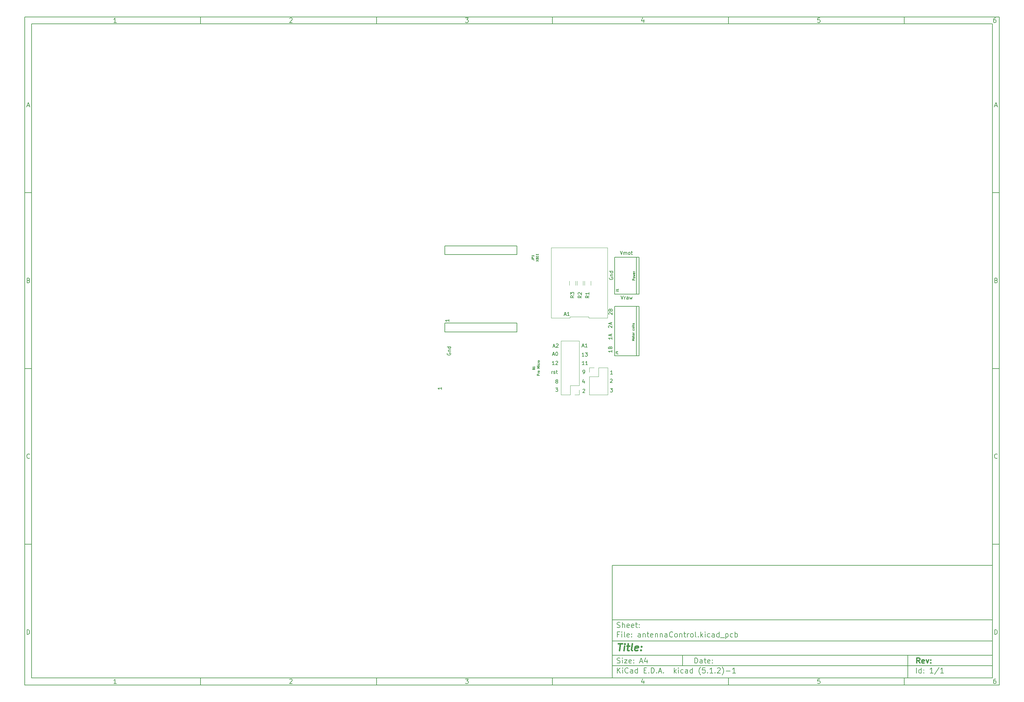
<source format=gbr>
G04 #@! TF.GenerationSoftware,KiCad,Pcbnew,(5.1.2)-1*
G04 #@! TF.CreationDate,2019-05-30T12:40:22+02:00*
G04 #@! TF.ProjectId,antennaControl,616e7465-6e6e-4614-936f-6e74726f6c2e,rev?*
G04 #@! TF.SameCoordinates,Original*
G04 #@! TF.FileFunction,Legend,Top*
G04 #@! TF.FilePolarity,Positive*
%FSLAX46Y46*%
G04 Gerber Fmt 4.6, Leading zero omitted, Abs format (unit mm)*
G04 Created by KiCad (PCBNEW (5.1.2)-1) date 2019-05-30 12:40:22*
%MOMM*%
%LPD*%
G04 APERTURE LIST*
%ADD10C,0.100000*%
%ADD11C,0.150000*%
%ADD12C,0.300000*%
%ADD13C,0.400000*%
%ADD14C,0.203200*%
%ADD15C,0.120000*%
%ADD16C,0.127000*%
%ADD17C,0.152400*%
G04 APERTURE END LIST*
D10*
D11*
X177002200Y-166007200D02*
X177002200Y-198007200D01*
X285002200Y-198007200D01*
X285002200Y-166007200D01*
X177002200Y-166007200D01*
D10*
D11*
X10000000Y-10000000D02*
X10000000Y-200007200D01*
X287002200Y-200007200D01*
X287002200Y-10000000D01*
X10000000Y-10000000D01*
D10*
D11*
X12000000Y-12000000D02*
X12000000Y-198007200D01*
X285002200Y-198007200D01*
X285002200Y-12000000D01*
X12000000Y-12000000D01*
D10*
D11*
X60000000Y-12000000D02*
X60000000Y-10000000D01*
D10*
D11*
X110000000Y-12000000D02*
X110000000Y-10000000D01*
D10*
D11*
X160000000Y-12000000D02*
X160000000Y-10000000D01*
D10*
D11*
X210000000Y-12000000D02*
X210000000Y-10000000D01*
D10*
D11*
X260000000Y-12000000D02*
X260000000Y-10000000D01*
D10*
D11*
X36065476Y-11588095D02*
X35322619Y-11588095D01*
X35694047Y-11588095D02*
X35694047Y-10288095D01*
X35570238Y-10473809D01*
X35446428Y-10597619D01*
X35322619Y-10659523D01*
D10*
D11*
X85322619Y-10411904D02*
X85384523Y-10350000D01*
X85508333Y-10288095D01*
X85817857Y-10288095D01*
X85941666Y-10350000D01*
X86003571Y-10411904D01*
X86065476Y-10535714D01*
X86065476Y-10659523D01*
X86003571Y-10845238D01*
X85260714Y-11588095D01*
X86065476Y-11588095D01*
D10*
D11*
X135260714Y-10288095D02*
X136065476Y-10288095D01*
X135632142Y-10783333D01*
X135817857Y-10783333D01*
X135941666Y-10845238D01*
X136003571Y-10907142D01*
X136065476Y-11030952D01*
X136065476Y-11340476D01*
X136003571Y-11464285D01*
X135941666Y-11526190D01*
X135817857Y-11588095D01*
X135446428Y-11588095D01*
X135322619Y-11526190D01*
X135260714Y-11464285D01*
D10*
D11*
X185941666Y-10721428D02*
X185941666Y-11588095D01*
X185632142Y-10226190D02*
X185322619Y-11154761D01*
X186127380Y-11154761D01*
D10*
D11*
X236003571Y-10288095D02*
X235384523Y-10288095D01*
X235322619Y-10907142D01*
X235384523Y-10845238D01*
X235508333Y-10783333D01*
X235817857Y-10783333D01*
X235941666Y-10845238D01*
X236003571Y-10907142D01*
X236065476Y-11030952D01*
X236065476Y-11340476D01*
X236003571Y-11464285D01*
X235941666Y-11526190D01*
X235817857Y-11588095D01*
X235508333Y-11588095D01*
X235384523Y-11526190D01*
X235322619Y-11464285D01*
D10*
D11*
X285941666Y-10288095D02*
X285694047Y-10288095D01*
X285570238Y-10350000D01*
X285508333Y-10411904D01*
X285384523Y-10597619D01*
X285322619Y-10845238D01*
X285322619Y-11340476D01*
X285384523Y-11464285D01*
X285446428Y-11526190D01*
X285570238Y-11588095D01*
X285817857Y-11588095D01*
X285941666Y-11526190D01*
X286003571Y-11464285D01*
X286065476Y-11340476D01*
X286065476Y-11030952D01*
X286003571Y-10907142D01*
X285941666Y-10845238D01*
X285817857Y-10783333D01*
X285570238Y-10783333D01*
X285446428Y-10845238D01*
X285384523Y-10907142D01*
X285322619Y-11030952D01*
D10*
D11*
X60000000Y-198007200D02*
X60000000Y-200007200D01*
D10*
D11*
X110000000Y-198007200D02*
X110000000Y-200007200D01*
D10*
D11*
X160000000Y-198007200D02*
X160000000Y-200007200D01*
D10*
D11*
X210000000Y-198007200D02*
X210000000Y-200007200D01*
D10*
D11*
X260000000Y-198007200D02*
X260000000Y-200007200D01*
D10*
D11*
X36065476Y-199595295D02*
X35322619Y-199595295D01*
X35694047Y-199595295D02*
X35694047Y-198295295D01*
X35570238Y-198481009D01*
X35446428Y-198604819D01*
X35322619Y-198666723D01*
D10*
D11*
X85322619Y-198419104D02*
X85384523Y-198357200D01*
X85508333Y-198295295D01*
X85817857Y-198295295D01*
X85941666Y-198357200D01*
X86003571Y-198419104D01*
X86065476Y-198542914D01*
X86065476Y-198666723D01*
X86003571Y-198852438D01*
X85260714Y-199595295D01*
X86065476Y-199595295D01*
D10*
D11*
X135260714Y-198295295D02*
X136065476Y-198295295D01*
X135632142Y-198790533D01*
X135817857Y-198790533D01*
X135941666Y-198852438D01*
X136003571Y-198914342D01*
X136065476Y-199038152D01*
X136065476Y-199347676D01*
X136003571Y-199471485D01*
X135941666Y-199533390D01*
X135817857Y-199595295D01*
X135446428Y-199595295D01*
X135322619Y-199533390D01*
X135260714Y-199471485D01*
D10*
D11*
X185941666Y-198728628D02*
X185941666Y-199595295D01*
X185632142Y-198233390D02*
X185322619Y-199161961D01*
X186127380Y-199161961D01*
D10*
D11*
X236003571Y-198295295D02*
X235384523Y-198295295D01*
X235322619Y-198914342D01*
X235384523Y-198852438D01*
X235508333Y-198790533D01*
X235817857Y-198790533D01*
X235941666Y-198852438D01*
X236003571Y-198914342D01*
X236065476Y-199038152D01*
X236065476Y-199347676D01*
X236003571Y-199471485D01*
X235941666Y-199533390D01*
X235817857Y-199595295D01*
X235508333Y-199595295D01*
X235384523Y-199533390D01*
X235322619Y-199471485D01*
D10*
D11*
X285941666Y-198295295D02*
X285694047Y-198295295D01*
X285570238Y-198357200D01*
X285508333Y-198419104D01*
X285384523Y-198604819D01*
X285322619Y-198852438D01*
X285322619Y-199347676D01*
X285384523Y-199471485D01*
X285446428Y-199533390D01*
X285570238Y-199595295D01*
X285817857Y-199595295D01*
X285941666Y-199533390D01*
X286003571Y-199471485D01*
X286065476Y-199347676D01*
X286065476Y-199038152D01*
X286003571Y-198914342D01*
X285941666Y-198852438D01*
X285817857Y-198790533D01*
X285570238Y-198790533D01*
X285446428Y-198852438D01*
X285384523Y-198914342D01*
X285322619Y-199038152D01*
D10*
D11*
X10000000Y-60000000D02*
X12000000Y-60000000D01*
D10*
D11*
X10000000Y-110000000D02*
X12000000Y-110000000D01*
D10*
D11*
X10000000Y-160000000D02*
X12000000Y-160000000D01*
D10*
D11*
X10690476Y-35216666D02*
X11309523Y-35216666D01*
X10566666Y-35588095D02*
X11000000Y-34288095D01*
X11433333Y-35588095D01*
D10*
D11*
X11092857Y-84907142D02*
X11278571Y-84969047D01*
X11340476Y-85030952D01*
X11402380Y-85154761D01*
X11402380Y-85340476D01*
X11340476Y-85464285D01*
X11278571Y-85526190D01*
X11154761Y-85588095D01*
X10659523Y-85588095D01*
X10659523Y-84288095D01*
X11092857Y-84288095D01*
X11216666Y-84350000D01*
X11278571Y-84411904D01*
X11340476Y-84535714D01*
X11340476Y-84659523D01*
X11278571Y-84783333D01*
X11216666Y-84845238D01*
X11092857Y-84907142D01*
X10659523Y-84907142D01*
D10*
D11*
X11402380Y-135464285D02*
X11340476Y-135526190D01*
X11154761Y-135588095D01*
X11030952Y-135588095D01*
X10845238Y-135526190D01*
X10721428Y-135402380D01*
X10659523Y-135278571D01*
X10597619Y-135030952D01*
X10597619Y-134845238D01*
X10659523Y-134597619D01*
X10721428Y-134473809D01*
X10845238Y-134350000D01*
X11030952Y-134288095D01*
X11154761Y-134288095D01*
X11340476Y-134350000D01*
X11402380Y-134411904D01*
D10*
D11*
X10659523Y-185588095D02*
X10659523Y-184288095D01*
X10969047Y-184288095D01*
X11154761Y-184350000D01*
X11278571Y-184473809D01*
X11340476Y-184597619D01*
X11402380Y-184845238D01*
X11402380Y-185030952D01*
X11340476Y-185278571D01*
X11278571Y-185402380D01*
X11154761Y-185526190D01*
X10969047Y-185588095D01*
X10659523Y-185588095D01*
D10*
D11*
X287002200Y-60000000D02*
X285002200Y-60000000D01*
D10*
D11*
X287002200Y-110000000D02*
X285002200Y-110000000D01*
D10*
D11*
X287002200Y-160000000D02*
X285002200Y-160000000D01*
D10*
D11*
X285692676Y-35216666D02*
X286311723Y-35216666D01*
X285568866Y-35588095D02*
X286002200Y-34288095D01*
X286435533Y-35588095D01*
D10*
D11*
X286095057Y-84907142D02*
X286280771Y-84969047D01*
X286342676Y-85030952D01*
X286404580Y-85154761D01*
X286404580Y-85340476D01*
X286342676Y-85464285D01*
X286280771Y-85526190D01*
X286156961Y-85588095D01*
X285661723Y-85588095D01*
X285661723Y-84288095D01*
X286095057Y-84288095D01*
X286218866Y-84350000D01*
X286280771Y-84411904D01*
X286342676Y-84535714D01*
X286342676Y-84659523D01*
X286280771Y-84783333D01*
X286218866Y-84845238D01*
X286095057Y-84907142D01*
X285661723Y-84907142D01*
D10*
D11*
X286404580Y-135464285D02*
X286342676Y-135526190D01*
X286156961Y-135588095D01*
X286033152Y-135588095D01*
X285847438Y-135526190D01*
X285723628Y-135402380D01*
X285661723Y-135278571D01*
X285599819Y-135030952D01*
X285599819Y-134845238D01*
X285661723Y-134597619D01*
X285723628Y-134473809D01*
X285847438Y-134350000D01*
X286033152Y-134288095D01*
X286156961Y-134288095D01*
X286342676Y-134350000D01*
X286404580Y-134411904D01*
D10*
D11*
X285661723Y-185588095D02*
X285661723Y-184288095D01*
X285971247Y-184288095D01*
X286156961Y-184350000D01*
X286280771Y-184473809D01*
X286342676Y-184597619D01*
X286404580Y-184845238D01*
X286404580Y-185030952D01*
X286342676Y-185278571D01*
X286280771Y-185402380D01*
X286156961Y-185526190D01*
X285971247Y-185588095D01*
X285661723Y-185588095D01*
D10*
D11*
X200434342Y-193785771D02*
X200434342Y-192285771D01*
X200791485Y-192285771D01*
X201005771Y-192357200D01*
X201148628Y-192500057D01*
X201220057Y-192642914D01*
X201291485Y-192928628D01*
X201291485Y-193142914D01*
X201220057Y-193428628D01*
X201148628Y-193571485D01*
X201005771Y-193714342D01*
X200791485Y-193785771D01*
X200434342Y-193785771D01*
X202577200Y-193785771D02*
X202577200Y-193000057D01*
X202505771Y-192857200D01*
X202362914Y-192785771D01*
X202077200Y-192785771D01*
X201934342Y-192857200D01*
X202577200Y-193714342D02*
X202434342Y-193785771D01*
X202077200Y-193785771D01*
X201934342Y-193714342D01*
X201862914Y-193571485D01*
X201862914Y-193428628D01*
X201934342Y-193285771D01*
X202077200Y-193214342D01*
X202434342Y-193214342D01*
X202577200Y-193142914D01*
X203077200Y-192785771D02*
X203648628Y-192785771D01*
X203291485Y-192285771D02*
X203291485Y-193571485D01*
X203362914Y-193714342D01*
X203505771Y-193785771D01*
X203648628Y-193785771D01*
X204720057Y-193714342D02*
X204577200Y-193785771D01*
X204291485Y-193785771D01*
X204148628Y-193714342D01*
X204077200Y-193571485D01*
X204077200Y-193000057D01*
X204148628Y-192857200D01*
X204291485Y-192785771D01*
X204577200Y-192785771D01*
X204720057Y-192857200D01*
X204791485Y-193000057D01*
X204791485Y-193142914D01*
X204077200Y-193285771D01*
X205434342Y-193642914D02*
X205505771Y-193714342D01*
X205434342Y-193785771D01*
X205362914Y-193714342D01*
X205434342Y-193642914D01*
X205434342Y-193785771D01*
X205434342Y-192857200D02*
X205505771Y-192928628D01*
X205434342Y-193000057D01*
X205362914Y-192928628D01*
X205434342Y-192857200D01*
X205434342Y-193000057D01*
D10*
D11*
X177002200Y-194507200D02*
X285002200Y-194507200D01*
D10*
D11*
X178434342Y-196585771D02*
X178434342Y-195085771D01*
X179291485Y-196585771D02*
X178648628Y-195728628D01*
X179291485Y-195085771D02*
X178434342Y-195942914D01*
X179934342Y-196585771D02*
X179934342Y-195585771D01*
X179934342Y-195085771D02*
X179862914Y-195157200D01*
X179934342Y-195228628D01*
X180005771Y-195157200D01*
X179934342Y-195085771D01*
X179934342Y-195228628D01*
X181505771Y-196442914D02*
X181434342Y-196514342D01*
X181220057Y-196585771D01*
X181077200Y-196585771D01*
X180862914Y-196514342D01*
X180720057Y-196371485D01*
X180648628Y-196228628D01*
X180577200Y-195942914D01*
X180577200Y-195728628D01*
X180648628Y-195442914D01*
X180720057Y-195300057D01*
X180862914Y-195157200D01*
X181077200Y-195085771D01*
X181220057Y-195085771D01*
X181434342Y-195157200D01*
X181505771Y-195228628D01*
X182791485Y-196585771D02*
X182791485Y-195800057D01*
X182720057Y-195657200D01*
X182577200Y-195585771D01*
X182291485Y-195585771D01*
X182148628Y-195657200D01*
X182791485Y-196514342D02*
X182648628Y-196585771D01*
X182291485Y-196585771D01*
X182148628Y-196514342D01*
X182077200Y-196371485D01*
X182077200Y-196228628D01*
X182148628Y-196085771D01*
X182291485Y-196014342D01*
X182648628Y-196014342D01*
X182791485Y-195942914D01*
X184148628Y-196585771D02*
X184148628Y-195085771D01*
X184148628Y-196514342D02*
X184005771Y-196585771D01*
X183720057Y-196585771D01*
X183577200Y-196514342D01*
X183505771Y-196442914D01*
X183434342Y-196300057D01*
X183434342Y-195871485D01*
X183505771Y-195728628D01*
X183577200Y-195657200D01*
X183720057Y-195585771D01*
X184005771Y-195585771D01*
X184148628Y-195657200D01*
X186005771Y-195800057D02*
X186505771Y-195800057D01*
X186720057Y-196585771D02*
X186005771Y-196585771D01*
X186005771Y-195085771D01*
X186720057Y-195085771D01*
X187362914Y-196442914D02*
X187434342Y-196514342D01*
X187362914Y-196585771D01*
X187291485Y-196514342D01*
X187362914Y-196442914D01*
X187362914Y-196585771D01*
X188077200Y-196585771D02*
X188077200Y-195085771D01*
X188434342Y-195085771D01*
X188648628Y-195157200D01*
X188791485Y-195300057D01*
X188862914Y-195442914D01*
X188934342Y-195728628D01*
X188934342Y-195942914D01*
X188862914Y-196228628D01*
X188791485Y-196371485D01*
X188648628Y-196514342D01*
X188434342Y-196585771D01*
X188077200Y-196585771D01*
X189577200Y-196442914D02*
X189648628Y-196514342D01*
X189577200Y-196585771D01*
X189505771Y-196514342D01*
X189577200Y-196442914D01*
X189577200Y-196585771D01*
X190220057Y-196157200D02*
X190934342Y-196157200D01*
X190077200Y-196585771D02*
X190577200Y-195085771D01*
X191077200Y-196585771D01*
X191577200Y-196442914D02*
X191648628Y-196514342D01*
X191577200Y-196585771D01*
X191505771Y-196514342D01*
X191577200Y-196442914D01*
X191577200Y-196585771D01*
X194577200Y-196585771D02*
X194577200Y-195085771D01*
X194720057Y-196014342D02*
X195148628Y-196585771D01*
X195148628Y-195585771D02*
X194577200Y-196157200D01*
X195791485Y-196585771D02*
X195791485Y-195585771D01*
X195791485Y-195085771D02*
X195720057Y-195157200D01*
X195791485Y-195228628D01*
X195862914Y-195157200D01*
X195791485Y-195085771D01*
X195791485Y-195228628D01*
X197148628Y-196514342D02*
X197005771Y-196585771D01*
X196720057Y-196585771D01*
X196577200Y-196514342D01*
X196505771Y-196442914D01*
X196434342Y-196300057D01*
X196434342Y-195871485D01*
X196505771Y-195728628D01*
X196577200Y-195657200D01*
X196720057Y-195585771D01*
X197005771Y-195585771D01*
X197148628Y-195657200D01*
X198434342Y-196585771D02*
X198434342Y-195800057D01*
X198362914Y-195657200D01*
X198220057Y-195585771D01*
X197934342Y-195585771D01*
X197791485Y-195657200D01*
X198434342Y-196514342D02*
X198291485Y-196585771D01*
X197934342Y-196585771D01*
X197791485Y-196514342D01*
X197720057Y-196371485D01*
X197720057Y-196228628D01*
X197791485Y-196085771D01*
X197934342Y-196014342D01*
X198291485Y-196014342D01*
X198434342Y-195942914D01*
X199791485Y-196585771D02*
X199791485Y-195085771D01*
X199791485Y-196514342D02*
X199648628Y-196585771D01*
X199362914Y-196585771D01*
X199220057Y-196514342D01*
X199148628Y-196442914D01*
X199077200Y-196300057D01*
X199077200Y-195871485D01*
X199148628Y-195728628D01*
X199220057Y-195657200D01*
X199362914Y-195585771D01*
X199648628Y-195585771D01*
X199791485Y-195657200D01*
X202077200Y-197157200D02*
X202005771Y-197085771D01*
X201862914Y-196871485D01*
X201791485Y-196728628D01*
X201720057Y-196514342D01*
X201648628Y-196157200D01*
X201648628Y-195871485D01*
X201720057Y-195514342D01*
X201791485Y-195300057D01*
X201862914Y-195157200D01*
X202005771Y-194942914D01*
X202077200Y-194871485D01*
X203362914Y-195085771D02*
X202648628Y-195085771D01*
X202577200Y-195800057D01*
X202648628Y-195728628D01*
X202791485Y-195657200D01*
X203148628Y-195657200D01*
X203291485Y-195728628D01*
X203362914Y-195800057D01*
X203434342Y-195942914D01*
X203434342Y-196300057D01*
X203362914Y-196442914D01*
X203291485Y-196514342D01*
X203148628Y-196585771D01*
X202791485Y-196585771D01*
X202648628Y-196514342D01*
X202577200Y-196442914D01*
X204077200Y-196442914D02*
X204148628Y-196514342D01*
X204077200Y-196585771D01*
X204005771Y-196514342D01*
X204077200Y-196442914D01*
X204077200Y-196585771D01*
X205577200Y-196585771D02*
X204720057Y-196585771D01*
X205148628Y-196585771D02*
X205148628Y-195085771D01*
X205005771Y-195300057D01*
X204862914Y-195442914D01*
X204720057Y-195514342D01*
X206220057Y-196442914D02*
X206291485Y-196514342D01*
X206220057Y-196585771D01*
X206148628Y-196514342D01*
X206220057Y-196442914D01*
X206220057Y-196585771D01*
X206862914Y-195228628D02*
X206934342Y-195157200D01*
X207077200Y-195085771D01*
X207434342Y-195085771D01*
X207577200Y-195157200D01*
X207648628Y-195228628D01*
X207720057Y-195371485D01*
X207720057Y-195514342D01*
X207648628Y-195728628D01*
X206791485Y-196585771D01*
X207720057Y-196585771D01*
X208220057Y-197157200D02*
X208291485Y-197085771D01*
X208434342Y-196871485D01*
X208505771Y-196728628D01*
X208577200Y-196514342D01*
X208648628Y-196157200D01*
X208648628Y-195871485D01*
X208577200Y-195514342D01*
X208505771Y-195300057D01*
X208434342Y-195157200D01*
X208291485Y-194942914D01*
X208220057Y-194871485D01*
X209362914Y-196014342D02*
X210505771Y-196014342D01*
X212005771Y-196585771D02*
X211148628Y-196585771D01*
X211577200Y-196585771D02*
X211577200Y-195085771D01*
X211434342Y-195300057D01*
X211291485Y-195442914D01*
X211148628Y-195514342D01*
D10*
D11*
X177002200Y-191507200D02*
X285002200Y-191507200D01*
D10*
D12*
X264411485Y-193785771D02*
X263911485Y-193071485D01*
X263554342Y-193785771D02*
X263554342Y-192285771D01*
X264125771Y-192285771D01*
X264268628Y-192357200D01*
X264340057Y-192428628D01*
X264411485Y-192571485D01*
X264411485Y-192785771D01*
X264340057Y-192928628D01*
X264268628Y-193000057D01*
X264125771Y-193071485D01*
X263554342Y-193071485D01*
X265625771Y-193714342D02*
X265482914Y-193785771D01*
X265197200Y-193785771D01*
X265054342Y-193714342D01*
X264982914Y-193571485D01*
X264982914Y-193000057D01*
X265054342Y-192857200D01*
X265197200Y-192785771D01*
X265482914Y-192785771D01*
X265625771Y-192857200D01*
X265697200Y-193000057D01*
X265697200Y-193142914D01*
X264982914Y-193285771D01*
X266197200Y-192785771D02*
X266554342Y-193785771D01*
X266911485Y-192785771D01*
X267482914Y-193642914D02*
X267554342Y-193714342D01*
X267482914Y-193785771D01*
X267411485Y-193714342D01*
X267482914Y-193642914D01*
X267482914Y-193785771D01*
X267482914Y-192857200D02*
X267554342Y-192928628D01*
X267482914Y-193000057D01*
X267411485Y-192928628D01*
X267482914Y-192857200D01*
X267482914Y-193000057D01*
D10*
D11*
X178362914Y-193714342D02*
X178577200Y-193785771D01*
X178934342Y-193785771D01*
X179077200Y-193714342D01*
X179148628Y-193642914D01*
X179220057Y-193500057D01*
X179220057Y-193357200D01*
X179148628Y-193214342D01*
X179077200Y-193142914D01*
X178934342Y-193071485D01*
X178648628Y-193000057D01*
X178505771Y-192928628D01*
X178434342Y-192857200D01*
X178362914Y-192714342D01*
X178362914Y-192571485D01*
X178434342Y-192428628D01*
X178505771Y-192357200D01*
X178648628Y-192285771D01*
X179005771Y-192285771D01*
X179220057Y-192357200D01*
X179862914Y-193785771D02*
X179862914Y-192785771D01*
X179862914Y-192285771D02*
X179791485Y-192357200D01*
X179862914Y-192428628D01*
X179934342Y-192357200D01*
X179862914Y-192285771D01*
X179862914Y-192428628D01*
X180434342Y-192785771D02*
X181220057Y-192785771D01*
X180434342Y-193785771D01*
X181220057Y-193785771D01*
X182362914Y-193714342D02*
X182220057Y-193785771D01*
X181934342Y-193785771D01*
X181791485Y-193714342D01*
X181720057Y-193571485D01*
X181720057Y-193000057D01*
X181791485Y-192857200D01*
X181934342Y-192785771D01*
X182220057Y-192785771D01*
X182362914Y-192857200D01*
X182434342Y-193000057D01*
X182434342Y-193142914D01*
X181720057Y-193285771D01*
X183077200Y-193642914D02*
X183148628Y-193714342D01*
X183077200Y-193785771D01*
X183005771Y-193714342D01*
X183077200Y-193642914D01*
X183077200Y-193785771D01*
X183077200Y-192857200D02*
X183148628Y-192928628D01*
X183077200Y-193000057D01*
X183005771Y-192928628D01*
X183077200Y-192857200D01*
X183077200Y-193000057D01*
X184862914Y-193357200D02*
X185577200Y-193357200D01*
X184720057Y-193785771D02*
X185220057Y-192285771D01*
X185720057Y-193785771D01*
X186862914Y-192785771D02*
X186862914Y-193785771D01*
X186505771Y-192214342D02*
X186148628Y-193285771D01*
X187077200Y-193285771D01*
D10*
D11*
X263434342Y-196585771D02*
X263434342Y-195085771D01*
X264791485Y-196585771D02*
X264791485Y-195085771D01*
X264791485Y-196514342D02*
X264648628Y-196585771D01*
X264362914Y-196585771D01*
X264220057Y-196514342D01*
X264148628Y-196442914D01*
X264077200Y-196300057D01*
X264077200Y-195871485D01*
X264148628Y-195728628D01*
X264220057Y-195657200D01*
X264362914Y-195585771D01*
X264648628Y-195585771D01*
X264791485Y-195657200D01*
X265505771Y-196442914D02*
X265577200Y-196514342D01*
X265505771Y-196585771D01*
X265434342Y-196514342D01*
X265505771Y-196442914D01*
X265505771Y-196585771D01*
X265505771Y-195657200D02*
X265577200Y-195728628D01*
X265505771Y-195800057D01*
X265434342Y-195728628D01*
X265505771Y-195657200D01*
X265505771Y-195800057D01*
X268148628Y-196585771D02*
X267291485Y-196585771D01*
X267720057Y-196585771D02*
X267720057Y-195085771D01*
X267577200Y-195300057D01*
X267434342Y-195442914D01*
X267291485Y-195514342D01*
X269862914Y-195014342D02*
X268577200Y-196942914D01*
X271148628Y-196585771D02*
X270291485Y-196585771D01*
X270720057Y-196585771D02*
X270720057Y-195085771D01*
X270577200Y-195300057D01*
X270434342Y-195442914D01*
X270291485Y-195514342D01*
D10*
D11*
X177002200Y-187507200D02*
X285002200Y-187507200D01*
D10*
D13*
X178714580Y-188211961D02*
X179857438Y-188211961D01*
X179036009Y-190211961D02*
X179286009Y-188211961D01*
X180274104Y-190211961D02*
X180440771Y-188878628D01*
X180524104Y-188211961D02*
X180416961Y-188307200D01*
X180500295Y-188402438D01*
X180607438Y-188307200D01*
X180524104Y-188211961D01*
X180500295Y-188402438D01*
X181107438Y-188878628D02*
X181869342Y-188878628D01*
X181476485Y-188211961D02*
X181262200Y-189926247D01*
X181333628Y-190116723D01*
X181512200Y-190211961D01*
X181702676Y-190211961D01*
X182655057Y-190211961D02*
X182476485Y-190116723D01*
X182405057Y-189926247D01*
X182619342Y-188211961D01*
X184190771Y-190116723D02*
X183988390Y-190211961D01*
X183607438Y-190211961D01*
X183428866Y-190116723D01*
X183357438Y-189926247D01*
X183452676Y-189164342D01*
X183571723Y-188973866D01*
X183774104Y-188878628D01*
X184155057Y-188878628D01*
X184333628Y-188973866D01*
X184405057Y-189164342D01*
X184381247Y-189354819D01*
X183405057Y-189545295D01*
X185155057Y-190021485D02*
X185238390Y-190116723D01*
X185131247Y-190211961D01*
X185047914Y-190116723D01*
X185155057Y-190021485D01*
X185131247Y-190211961D01*
X185286009Y-188973866D02*
X185369342Y-189069104D01*
X185262200Y-189164342D01*
X185178866Y-189069104D01*
X185286009Y-188973866D01*
X185262200Y-189164342D01*
D10*
D11*
X178934342Y-185600057D02*
X178434342Y-185600057D01*
X178434342Y-186385771D02*
X178434342Y-184885771D01*
X179148628Y-184885771D01*
X179720057Y-186385771D02*
X179720057Y-185385771D01*
X179720057Y-184885771D02*
X179648628Y-184957200D01*
X179720057Y-185028628D01*
X179791485Y-184957200D01*
X179720057Y-184885771D01*
X179720057Y-185028628D01*
X180648628Y-186385771D02*
X180505771Y-186314342D01*
X180434342Y-186171485D01*
X180434342Y-184885771D01*
X181791485Y-186314342D02*
X181648628Y-186385771D01*
X181362914Y-186385771D01*
X181220057Y-186314342D01*
X181148628Y-186171485D01*
X181148628Y-185600057D01*
X181220057Y-185457200D01*
X181362914Y-185385771D01*
X181648628Y-185385771D01*
X181791485Y-185457200D01*
X181862914Y-185600057D01*
X181862914Y-185742914D01*
X181148628Y-185885771D01*
X182505771Y-186242914D02*
X182577200Y-186314342D01*
X182505771Y-186385771D01*
X182434342Y-186314342D01*
X182505771Y-186242914D01*
X182505771Y-186385771D01*
X182505771Y-185457200D02*
X182577200Y-185528628D01*
X182505771Y-185600057D01*
X182434342Y-185528628D01*
X182505771Y-185457200D01*
X182505771Y-185600057D01*
X185005771Y-186385771D02*
X185005771Y-185600057D01*
X184934342Y-185457200D01*
X184791485Y-185385771D01*
X184505771Y-185385771D01*
X184362914Y-185457200D01*
X185005771Y-186314342D02*
X184862914Y-186385771D01*
X184505771Y-186385771D01*
X184362914Y-186314342D01*
X184291485Y-186171485D01*
X184291485Y-186028628D01*
X184362914Y-185885771D01*
X184505771Y-185814342D01*
X184862914Y-185814342D01*
X185005771Y-185742914D01*
X185720057Y-185385771D02*
X185720057Y-186385771D01*
X185720057Y-185528628D02*
X185791485Y-185457200D01*
X185934342Y-185385771D01*
X186148628Y-185385771D01*
X186291485Y-185457200D01*
X186362914Y-185600057D01*
X186362914Y-186385771D01*
X186862914Y-185385771D02*
X187434342Y-185385771D01*
X187077200Y-184885771D02*
X187077200Y-186171485D01*
X187148628Y-186314342D01*
X187291485Y-186385771D01*
X187434342Y-186385771D01*
X188505771Y-186314342D02*
X188362914Y-186385771D01*
X188077200Y-186385771D01*
X187934342Y-186314342D01*
X187862914Y-186171485D01*
X187862914Y-185600057D01*
X187934342Y-185457200D01*
X188077200Y-185385771D01*
X188362914Y-185385771D01*
X188505771Y-185457200D01*
X188577200Y-185600057D01*
X188577200Y-185742914D01*
X187862914Y-185885771D01*
X189220057Y-185385771D02*
X189220057Y-186385771D01*
X189220057Y-185528628D02*
X189291485Y-185457200D01*
X189434342Y-185385771D01*
X189648628Y-185385771D01*
X189791485Y-185457200D01*
X189862914Y-185600057D01*
X189862914Y-186385771D01*
X190577200Y-185385771D02*
X190577200Y-186385771D01*
X190577200Y-185528628D02*
X190648628Y-185457200D01*
X190791485Y-185385771D01*
X191005771Y-185385771D01*
X191148628Y-185457200D01*
X191220057Y-185600057D01*
X191220057Y-186385771D01*
X192577200Y-186385771D02*
X192577200Y-185600057D01*
X192505771Y-185457200D01*
X192362914Y-185385771D01*
X192077200Y-185385771D01*
X191934342Y-185457200D01*
X192577200Y-186314342D02*
X192434342Y-186385771D01*
X192077200Y-186385771D01*
X191934342Y-186314342D01*
X191862914Y-186171485D01*
X191862914Y-186028628D01*
X191934342Y-185885771D01*
X192077200Y-185814342D01*
X192434342Y-185814342D01*
X192577200Y-185742914D01*
X194148628Y-186242914D02*
X194077200Y-186314342D01*
X193862914Y-186385771D01*
X193720057Y-186385771D01*
X193505771Y-186314342D01*
X193362914Y-186171485D01*
X193291485Y-186028628D01*
X193220057Y-185742914D01*
X193220057Y-185528628D01*
X193291485Y-185242914D01*
X193362914Y-185100057D01*
X193505771Y-184957200D01*
X193720057Y-184885771D01*
X193862914Y-184885771D01*
X194077200Y-184957200D01*
X194148628Y-185028628D01*
X195005771Y-186385771D02*
X194862914Y-186314342D01*
X194791485Y-186242914D01*
X194720057Y-186100057D01*
X194720057Y-185671485D01*
X194791485Y-185528628D01*
X194862914Y-185457200D01*
X195005771Y-185385771D01*
X195220057Y-185385771D01*
X195362914Y-185457200D01*
X195434342Y-185528628D01*
X195505771Y-185671485D01*
X195505771Y-186100057D01*
X195434342Y-186242914D01*
X195362914Y-186314342D01*
X195220057Y-186385771D01*
X195005771Y-186385771D01*
X196148628Y-185385771D02*
X196148628Y-186385771D01*
X196148628Y-185528628D02*
X196220057Y-185457200D01*
X196362914Y-185385771D01*
X196577200Y-185385771D01*
X196720057Y-185457200D01*
X196791485Y-185600057D01*
X196791485Y-186385771D01*
X197291485Y-185385771D02*
X197862914Y-185385771D01*
X197505771Y-184885771D02*
X197505771Y-186171485D01*
X197577200Y-186314342D01*
X197720057Y-186385771D01*
X197862914Y-186385771D01*
X198362914Y-186385771D02*
X198362914Y-185385771D01*
X198362914Y-185671485D02*
X198434342Y-185528628D01*
X198505771Y-185457200D01*
X198648628Y-185385771D01*
X198791485Y-185385771D01*
X199505771Y-186385771D02*
X199362914Y-186314342D01*
X199291485Y-186242914D01*
X199220057Y-186100057D01*
X199220057Y-185671485D01*
X199291485Y-185528628D01*
X199362914Y-185457200D01*
X199505771Y-185385771D01*
X199720057Y-185385771D01*
X199862914Y-185457200D01*
X199934342Y-185528628D01*
X200005771Y-185671485D01*
X200005771Y-186100057D01*
X199934342Y-186242914D01*
X199862914Y-186314342D01*
X199720057Y-186385771D01*
X199505771Y-186385771D01*
X200862914Y-186385771D02*
X200720057Y-186314342D01*
X200648628Y-186171485D01*
X200648628Y-184885771D01*
X201434342Y-186242914D02*
X201505771Y-186314342D01*
X201434342Y-186385771D01*
X201362914Y-186314342D01*
X201434342Y-186242914D01*
X201434342Y-186385771D01*
X202148628Y-186385771D02*
X202148628Y-184885771D01*
X202291485Y-185814342D02*
X202720057Y-186385771D01*
X202720057Y-185385771D02*
X202148628Y-185957200D01*
X203362914Y-186385771D02*
X203362914Y-185385771D01*
X203362914Y-184885771D02*
X203291485Y-184957200D01*
X203362914Y-185028628D01*
X203434342Y-184957200D01*
X203362914Y-184885771D01*
X203362914Y-185028628D01*
X204720057Y-186314342D02*
X204577200Y-186385771D01*
X204291485Y-186385771D01*
X204148628Y-186314342D01*
X204077200Y-186242914D01*
X204005771Y-186100057D01*
X204005771Y-185671485D01*
X204077200Y-185528628D01*
X204148628Y-185457200D01*
X204291485Y-185385771D01*
X204577200Y-185385771D01*
X204720057Y-185457200D01*
X206005771Y-186385771D02*
X206005771Y-185600057D01*
X205934342Y-185457200D01*
X205791485Y-185385771D01*
X205505771Y-185385771D01*
X205362914Y-185457200D01*
X206005771Y-186314342D02*
X205862914Y-186385771D01*
X205505771Y-186385771D01*
X205362914Y-186314342D01*
X205291485Y-186171485D01*
X205291485Y-186028628D01*
X205362914Y-185885771D01*
X205505771Y-185814342D01*
X205862914Y-185814342D01*
X206005771Y-185742914D01*
X207362914Y-186385771D02*
X207362914Y-184885771D01*
X207362914Y-186314342D02*
X207220057Y-186385771D01*
X206934342Y-186385771D01*
X206791485Y-186314342D01*
X206720057Y-186242914D01*
X206648628Y-186100057D01*
X206648628Y-185671485D01*
X206720057Y-185528628D01*
X206791485Y-185457200D01*
X206934342Y-185385771D01*
X207220057Y-185385771D01*
X207362914Y-185457200D01*
X207720057Y-186528628D02*
X208862914Y-186528628D01*
X209220057Y-185385771D02*
X209220057Y-186885771D01*
X209220057Y-185457200D02*
X209362914Y-185385771D01*
X209648628Y-185385771D01*
X209791485Y-185457200D01*
X209862914Y-185528628D01*
X209934342Y-185671485D01*
X209934342Y-186100057D01*
X209862914Y-186242914D01*
X209791485Y-186314342D01*
X209648628Y-186385771D01*
X209362914Y-186385771D01*
X209220057Y-186314342D01*
X211220057Y-186314342D02*
X211077200Y-186385771D01*
X210791485Y-186385771D01*
X210648628Y-186314342D01*
X210577200Y-186242914D01*
X210505771Y-186100057D01*
X210505771Y-185671485D01*
X210577200Y-185528628D01*
X210648628Y-185457200D01*
X210791485Y-185385771D01*
X211077200Y-185385771D01*
X211220057Y-185457200D01*
X211862914Y-186385771D02*
X211862914Y-184885771D01*
X211862914Y-185457200D02*
X212005771Y-185385771D01*
X212291485Y-185385771D01*
X212434342Y-185457200D01*
X212505771Y-185528628D01*
X212577200Y-185671485D01*
X212577200Y-186100057D01*
X212505771Y-186242914D01*
X212434342Y-186314342D01*
X212291485Y-186385771D01*
X212005771Y-186385771D01*
X211862914Y-186314342D01*
D10*
D11*
X177002200Y-181507200D02*
X285002200Y-181507200D01*
D10*
D11*
X178362914Y-183614342D02*
X178577200Y-183685771D01*
X178934342Y-183685771D01*
X179077200Y-183614342D01*
X179148628Y-183542914D01*
X179220057Y-183400057D01*
X179220057Y-183257200D01*
X179148628Y-183114342D01*
X179077200Y-183042914D01*
X178934342Y-182971485D01*
X178648628Y-182900057D01*
X178505771Y-182828628D01*
X178434342Y-182757200D01*
X178362914Y-182614342D01*
X178362914Y-182471485D01*
X178434342Y-182328628D01*
X178505771Y-182257200D01*
X178648628Y-182185771D01*
X179005771Y-182185771D01*
X179220057Y-182257200D01*
X179862914Y-183685771D02*
X179862914Y-182185771D01*
X180505771Y-183685771D02*
X180505771Y-182900057D01*
X180434342Y-182757200D01*
X180291485Y-182685771D01*
X180077200Y-182685771D01*
X179934342Y-182757200D01*
X179862914Y-182828628D01*
X181791485Y-183614342D02*
X181648628Y-183685771D01*
X181362914Y-183685771D01*
X181220057Y-183614342D01*
X181148628Y-183471485D01*
X181148628Y-182900057D01*
X181220057Y-182757200D01*
X181362914Y-182685771D01*
X181648628Y-182685771D01*
X181791485Y-182757200D01*
X181862914Y-182900057D01*
X181862914Y-183042914D01*
X181148628Y-183185771D01*
X183077200Y-183614342D02*
X182934342Y-183685771D01*
X182648628Y-183685771D01*
X182505771Y-183614342D01*
X182434342Y-183471485D01*
X182434342Y-182900057D01*
X182505771Y-182757200D01*
X182648628Y-182685771D01*
X182934342Y-182685771D01*
X183077200Y-182757200D01*
X183148628Y-182900057D01*
X183148628Y-183042914D01*
X182434342Y-183185771D01*
X183577200Y-182685771D02*
X184148628Y-182685771D01*
X183791485Y-182185771D02*
X183791485Y-183471485D01*
X183862914Y-183614342D01*
X184005771Y-183685771D01*
X184148628Y-183685771D01*
X184648628Y-183542914D02*
X184720057Y-183614342D01*
X184648628Y-183685771D01*
X184577200Y-183614342D01*
X184648628Y-183542914D01*
X184648628Y-183685771D01*
X184648628Y-182757200D02*
X184720057Y-182828628D01*
X184648628Y-182900057D01*
X184577200Y-182828628D01*
X184648628Y-182757200D01*
X184648628Y-182900057D01*
D10*
D11*
X197002200Y-191507200D02*
X197002200Y-194507200D01*
D10*
D11*
X261002200Y-191507200D02*
X261002200Y-198007200D01*
X130119500Y-105608357D02*
X130071880Y-105703595D01*
X130071880Y-105846452D01*
X130119500Y-105989309D01*
X130214738Y-106084547D01*
X130309976Y-106132166D01*
X130500452Y-106179785D01*
X130643309Y-106179785D01*
X130833785Y-106132166D01*
X130929023Y-106084547D01*
X131024261Y-105989309D01*
X131071880Y-105846452D01*
X131071880Y-105751214D01*
X131024261Y-105608357D01*
X130976642Y-105560738D01*
X130643309Y-105560738D01*
X130643309Y-105751214D01*
X130405214Y-105132166D02*
X131071880Y-105132166D01*
X130500452Y-105132166D02*
X130452833Y-105084547D01*
X130405214Y-104989309D01*
X130405214Y-104846452D01*
X130452833Y-104751214D01*
X130548071Y-104703595D01*
X131071880Y-104703595D01*
X131071880Y-103798833D02*
X130071880Y-103798833D01*
X131024261Y-103798833D02*
X131071880Y-103894071D01*
X131071880Y-104084547D01*
X131024261Y-104179785D01*
X130976642Y-104227404D01*
X130881404Y-104275023D01*
X130595690Y-104275023D01*
X130500452Y-104227404D01*
X130452833Y-104179785D01*
X130405214Y-104084547D01*
X130405214Y-103894071D01*
X130452833Y-103798833D01*
X128468380Y-115347785D02*
X128468380Y-115919214D01*
X128468380Y-115633500D02*
X127468380Y-115633500D01*
X127611238Y-115728738D01*
X127706476Y-115823976D01*
X127754095Y-115919214D01*
X176450666Y-115657380D02*
X177069714Y-115657380D01*
X176736380Y-116038333D01*
X176879238Y-116038333D01*
X176974476Y-116085952D01*
X177022095Y-116133571D01*
X177069714Y-116228809D01*
X177069714Y-116466904D01*
X177022095Y-116562142D01*
X176974476Y-116609761D01*
X176879238Y-116657380D01*
X176593523Y-116657380D01*
X176498285Y-116609761D01*
X176450666Y-116562142D01*
X176434785Y-113085619D02*
X176482404Y-113038000D01*
X176577642Y-112990380D01*
X176815738Y-112990380D01*
X176910976Y-113038000D01*
X176958595Y-113085619D01*
X177006214Y-113180857D01*
X177006214Y-113276095D01*
X176958595Y-113418952D01*
X176387166Y-113990380D01*
X177006214Y-113990380D01*
X177069714Y-111577380D02*
X176498285Y-111577380D01*
X176784000Y-111577380D02*
X176784000Y-110577380D01*
X176688761Y-110720238D01*
X176593523Y-110815476D01*
X176498285Y-110863095D01*
X176077619Y-94638714D02*
X176030000Y-94591095D01*
X175982380Y-94495857D01*
X175982380Y-94257761D01*
X176030000Y-94162523D01*
X176077619Y-94114904D01*
X176172857Y-94067285D01*
X176268095Y-94067285D01*
X176410952Y-94114904D01*
X176982380Y-94686333D01*
X176982380Y-94067285D01*
X176458571Y-93305380D02*
X176506190Y-93162523D01*
X176553809Y-93114904D01*
X176649047Y-93067285D01*
X176791904Y-93067285D01*
X176887142Y-93114904D01*
X176934761Y-93162523D01*
X176982380Y-93257761D01*
X176982380Y-93638714D01*
X175982380Y-93638714D01*
X175982380Y-93305380D01*
X176030000Y-93210142D01*
X176077619Y-93162523D01*
X176172857Y-93114904D01*
X176268095Y-93114904D01*
X176363333Y-93162523D01*
X176410952Y-93210142D01*
X176458571Y-93305380D01*
X176458571Y-93638714D01*
X176918880Y-104798785D02*
X176918880Y-105370214D01*
X176918880Y-105084500D02*
X175918880Y-105084500D01*
X176061738Y-105179738D01*
X176156976Y-105274976D01*
X176204595Y-105370214D01*
X176395071Y-104036880D02*
X176442690Y-103894023D01*
X176490309Y-103846404D01*
X176585547Y-103798785D01*
X176728404Y-103798785D01*
X176823642Y-103846404D01*
X176871261Y-103894023D01*
X176918880Y-103989261D01*
X176918880Y-104370214D01*
X175918880Y-104370214D01*
X175918880Y-104036880D01*
X175966500Y-103941642D01*
X176014119Y-103894023D01*
X176109357Y-103846404D01*
X176204595Y-103846404D01*
X176299833Y-103894023D01*
X176347452Y-103941642D01*
X176395071Y-104036880D01*
X176395071Y-104370214D01*
X176014119Y-98377285D02*
X175966500Y-98329666D01*
X175918880Y-98234428D01*
X175918880Y-97996333D01*
X175966500Y-97901095D01*
X176014119Y-97853476D01*
X176109357Y-97805857D01*
X176204595Y-97805857D01*
X176347452Y-97853476D01*
X176918880Y-98424904D01*
X176918880Y-97805857D01*
X176633166Y-97424904D02*
X176633166Y-96948714D01*
X176918880Y-97520142D02*
X175918880Y-97186809D01*
X176918880Y-96853476D01*
X176918880Y-101107857D02*
X176918880Y-101679285D01*
X176918880Y-101393571D02*
X175918880Y-101393571D01*
X176061738Y-101488809D01*
X176156976Y-101584047D01*
X176204595Y-101679285D01*
X176633166Y-100726904D02*
X176633166Y-100250714D01*
X176918880Y-100822142D02*
X175918880Y-100488809D01*
X176918880Y-100155476D01*
X176220500Y-84145357D02*
X176172880Y-84240595D01*
X176172880Y-84383452D01*
X176220500Y-84526309D01*
X176315738Y-84621547D01*
X176410976Y-84669166D01*
X176601452Y-84716785D01*
X176744309Y-84716785D01*
X176934785Y-84669166D01*
X177030023Y-84621547D01*
X177125261Y-84526309D01*
X177172880Y-84383452D01*
X177172880Y-84288214D01*
X177125261Y-84145357D01*
X177077642Y-84097738D01*
X176744309Y-84097738D01*
X176744309Y-84288214D01*
X176506214Y-83669166D02*
X177172880Y-83669166D01*
X176601452Y-83669166D02*
X176553833Y-83621547D01*
X176506214Y-83526309D01*
X176506214Y-83383452D01*
X176553833Y-83288214D01*
X176649071Y-83240595D01*
X177172880Y-83240595D01*
X177172880Y-82335833D02*
X176172880Y-82335833D01*
X177125261Y-82335833D02*
X177172880Y-82431071D01*
X177172880Y-82621547D01*
X177125261Y-82716785D01*
X177077642Y-82764404D01*
X176982404Y-82812023D01*
X176696690Y-82812023D01*
X176601452Y-82764404D01*
X176553833Y-82716785D01*
X176506214Y-82621547D01*
X176506214Y-82431071D01*
X176553833Y-82335833D01*
X179482952Y-89304880D02*
X179816285Y-90304880D01*
X180149619Y-89304880D01*
X180482952Y-90304880D02*
X180482952Y-89638214D01*
X180482952Y-89828690D02*
X180530571Y-89733452D01*
X180578190Y-89685833D01*
X180673428Y-89638214D01*
X180768666Y-89638214D01*
X181530571Y-90304880D02*
X181530571Y-89781071D01*
X181482952Y-89685833D01*
X181387714Y-89638214D01*
X181197238Y-89638214D01*
X181102000Y-89685833D01*
X181530571Y-90257261D02*
X181435333Y-90304880D01*
X181197238Y-90304880D01*
X181102000Y-90257261D01*
X181054380Y-90162023D01*
X181054380Y-90066785D01*
X181102000Y-89971547D01*
X181197238Y-89923928D01*
X181435333Y-89923928D01*
X181530571Y-89876309D01*
X181911523Y-89638214D02*
X182102000Y-90304880D01*
X182292476Y-89828690D01*
X182482952Y-90304880D01*
X182673428Y-89638214D01*
X179236904Y-76604880D02*
X179570238Y-77604880D01*
X179903571Y-76604880D01*
X180236904Y-77604880D02*
X180236904Y-76938214D01*
X180236904Y-77033452D02*
X180284523Y-76985833D01*
X180379761Y-76938214D01*
X180522619Y-76938214D01*
X180617857Y-76985833D01*
X180665476Y-77081071D01*
X180665476Y-77604880D01*
X180665476Y-77081071D02*
X180713095Y-76985833D01*
X180808333Y-76938214D01*
X180951190Y-76938214D01*
X181046428Y-76985833D01*
X181094047Y-77081071D01*
X181094047Y-77604880D01*
X181713095Y-77604880D02*
X181617857Y-77557261D01*
X181570238Y-77509642D01*
X181522619Y-77414404D01*
X181522619Y-77128690D01*
X181570238Y-77033452D01*
X181617857Y-76985833D01*
X181713095Y-76938214D01*
X181855952Y-76938214D01*
X181951190Y-76985833D01*
X181998809Y-77033452D01*
X182046428Y-77128690D01*
X182046428Y-77414404D01*
X181998809Y-77509642D01*
X181951190Y-77557261D01*
X181855952Y-77604880D01*
X181713095Y-77604880D01*
X182332142Y-76938214D02*
X182713095Y-76938214D01*
X182475000Y-76604880D02*
X182475000Y-77462023D01*
X182522619Y-77557261D01*
X182617857Y-77604880D01*
X182713095Y-77604880D01*
X160893166Y-115530380D02*
X161512214Y-115530380D01*
X161178880Y-115911333D01*
X161321738Y-115911333D01*
X161416976Y-115958952D01*
X161464595Y-116006571D01*
X161512214Y-116101809D01*
X161512214Y-116339904D01*
X161464595Y-116435142D01*
X161416976Y-116482761D01*
X161321738Y-116530380D01*
X161036023Y-116530380D01*
X160940785Y-116482761D01*
X160893166Y-116435142D01*
X168624285Y-115943119D02*
X168671904Y-115895500D01*
X168767142Y-115847880D01*
X169005238Y-115847880D01*
X169100476Y-115895500D01*
X169148095Y-115943119D01*
X169195714Y-116038357D01*
X169195714Y-116133595D01*
X169148095Y-116276452D01*
X168576666Y-116847880D01*
X169195714Y-116847880D01*
X169036976Y-113450714D02*
X169036976Y-114117380D01*
X168798880Y-113069761D02*
X168560785Y-113784047D01*
X169179833Y-113784047D01*
X168719523Y-111450380D02*
X168910000Y-111450380D01*
X169005238Y-111402761D01*
X169052857Y-111355142D01*
X169148095Y-111212285D01*
X169195714Y-111021809D01*
X169195714Y-110640857D01*
X169148095Y-110545619D01*
X169100476Y-110498000D01*
X169005238Y-110450380D01*
X168814761Y-110450380D01*
X168719523Y-110498000D01*
X168671904Y-110545619D01*
X168624285Y-110640857D01*
X168624285Y-110878952D01*
X168671904Y-110974190D01*
X168719523Y-111021809D01*
X168814761Y-111069428D01*
X169005238Y-111069428D01*
X169100476Y-111021809D01*
X169148095Y-110974190D01*
X169195714Y-110878952D01*
X169037023Y-108910380D02*
X168465595Y-108910380D01*
X168751309Y-108910380D02*
X168751309Y-107910380D01*
X168656071Y-108053238D01*
X168560833Y-108148476D01*
X168465595Y-108196095D01*
X169989404Y-108910380D02*
X169417976Y-108910380D01*
X169703690Y-108910380D02*
X169703690Y-107910380D01*
X169608452Y-108053238D01*
X169513214Y-108148476D01*
X169417976Y-108196095D01*
X168973523Y-106497380D02*
X168402095Y-106497380D01*
X168687809Y-106497380D02*
X168687809Y-105497380D01*
X168592571Y-105640238D01*
X168497333Y-105735476D01*
X168402095Y-105783095D01*
X169306857Y-105497380D02*
X169925904Y-105497380D01*
X169592571Y-105878333D01*
X169735428Y-105878333D01*
X169830666Y-105925952D01*
X169878285Y-105973571D01*
X169925904Y-106068809D01*
X169925904Y-106306904D01*
X169878285Y-106402142D01*
X169830666Y-106449761D01*
X169735428Y-106497380D01*
X169449714Y-106497380D01*
X169354476Y-106449761D01*
X169306857Y-106402142D01*
X168449714Y-103608166D02*
X168925904Y-103608166D01*
X168354476Y-103893880D02*
X168687809Y-102893880D01*
X169021142Y-103893880D01*
X169878285Y-103893880D02*
X169306857Y-103893880D01*
X169592571Y-103893880D02*
X169592571Y-102893880D01*
X169497333Y-103036738D01*
X169402095Y-103131976D01*
X169306857Y-103179595D01*
X161131261Y-113609452D02*
X161036023Y-113561833D01*
X160988404Y-113514214D01*
X160940785Y-113418976D01*
X160940785Y-113371357D01*
X160988404Y-113276119D01*
X161036023Y-113228500D01*
X161131261Y-113180880D01*
X161321738Y-113180880D01*
X161416976Y-113228500D01*
X161464595Y-113276119D01*
X161512214Y-113371357D01*
X161512214Y-113418976D01*
X161464595Y-113514214D01*
X161416976Y-113561833D01*
X161321738Y-113609452D01*
X161131261Y-113609452D01*
X161036023Y-113657071D01*
X160988404Y-113704690D01*
X160940785Y-113799928D01*
X160940785Y-113990404D01*
X160988404Y-114085642D01*
X161036023Y-114133261D01*
X161131261Y-114180880D01*
X161321738Y-114180880D01*
X161416976Y-114133261D01*
X161464595Y-114085642D01*
X161512214Y-113990404D01*
X161512214Y-113799928D01*
X161464595Y-113704690D01*
X161416976Y-113657071D01*
X161321738Y-113609452D01*
X159766095Y-111450380D02*
X159766095Y-110783714D01*
X159766095Y-110974190D02*
X159813714Y-110878952D01*
X159861333Y-110831333D01*
X159956571Y-110783714D01*
X160051809Y-110783714D01*
X160337523Y-111402761D02*
X160432761Y-111450380D01*
X160623238Y-111450380D01*
X160718476Y-111402761D01*
X160766095Y-111307523D01*
X160766095Y-111259904D01*
X160718476Y-111164666D01*
X160623238Y-111117047D01*
X160480380Y-111117047D01*
X160385142Y-111069428D01*
X160337523Y-110974190D01*
X160337523Y-110926571D01*
X160385142Y-110831333D01*
X160480380Y-110783714D01*
X160623238Y-110783714D01*
X160718476Y-110831333D01*
X161051809Y-110783714D02*
X161432761Y-110783714D01*
X161194666Y-110450380D02*
X161194666Y-111307523D01*
X161242285Y-111402761D01*
X161337523Y-111450380D01*
X161432761Y-111450380D01*
X160528023Y-108910380D02*
X159956595Y-108910380D01*
X160242309Y-108910380D02*
X160242309Y-107910380D01*
X160147071Y-108053238D01*
X160051833Y-108148476D01*
X159956595Y-108196095D01*
X160908976Y-108005619D02*
X160956595Y-107958000D01*
X161051833Y-107910380D01*
X161289928Y-107910380D01*
X161385166Y-107958000D01*
X161432785Y-108005619D01*
X161480404Y-108100857D01*
X161480404Y-108196095D01*
X161432785Y-108338952D01*
X160861357Y-108910380D01*
X161480404Y-108910380D01*
X160067714Y-106021166D02*
X160543904Y-106021166D01*
X159972476Y-106306880D02*
X160305809Y-105306880D01*
X160639142Y-106306880D01*
X161162952Y-105306880D02*
X161258190Y-105306880D01*
X161353428Y-105354500D01*
X161401047Y-105402119D01*
X161448666Y-105497357D01*
X161496285Y-105687833D01*
X161496285Y-105925928D01*
X161448666Y-106116404D01*
X161401047Y-106211642D01*
X161353428Y-106259261D01*
X161258190Y-106306880D01*
X161162952Y-106306880D01*
X161067714Y-106259261D01*
X161020095Y-106211642D01*
X160972476Y-106116404D01*
X160924857Y-105925928D01*
X160924857Y-105687833D01*
X160972476Y-105497357D01*
X161020095Y-105402119D01*
X161067714Y-105354500D01*
X161162952Y-105306880D01*
X160194714Y-103671666D02*
X160670904Y-103671666D01*
X160099476Y-103957380D02*
X160432809Y-102957380D01*
X160766142Y-103957380D01*
X161051857Y-103052619D02*
X161099476Y-103005000D01*
X161194714Y-102957380D01*
X161432809Y-102957380D01*
X161528047Y-103005000D01*
X161575666Y-103052619D01*
X161623285Y-103147857D01*
X161623285Y-103243095D01*
X161575666Y-103385952D01*
X161004238Y-103957380D01*
X161623285Y-103957380D01*
D14*
X129369820Y-77586840D02*
X129369820Y-75087480D01*
X129369820Y-75087480D02*
X149870160Y-75087480D01*
X149870160Y-75087480D02*
X149870160Y-77586840D01*
X129369820Y-77586840D02*
X149870160Y-77586840D01*
X129369820Y-97083880D02*
X129369820Y-99583240D01*
X129369820Y-99583240D02*
X149870160Y-99583240D01*
X149870160Y-99583240D02*
X149870160Y-97083880D01*
X129369820Y-97083880D02*
X149870160Y-97083880D01*
X177639980Y-88869520D02*
X177639980Y-78374240D01*
X177639980Y-78374240D02*
X183837580Y-78374240D01*
X183837580Y-78374240D02*
X184637680Y-78374240D01*
X184637680Y-78374240D02*
X184637680Y-88869520D01*
X184637680Y-88869520D02*
X183837580Y-88869520D01*
X183837580Y-88869520D02*
X177639980Y-88869520D01*
X183837580Y-78374240D02*
X183837580Y-88869520D01*
D15*
X175657779Y-95643880D02*
X175657780Y-75663880D01*
X175657780Y-75663880D02*
X159657781Y-75663880D01*
X159657781Y-75663880D02*
X159657780Y-95643880D01*
X159657780Y-95643880D02*
X164991114Y-95643880D01*
X164991114Y-95643880D02*
X164991114Y-95283880D01*
X164991114Y-95283880D02*
X170324446Y-95283880D01*
X170324446Y-95283880D02*
X170324446Y-95643880D01*
X170324446Y-95643880D02*
X175657779Y-95643880D01*
X170501000Y-117471500D02*
X175701000Y-117471500D01*
X170501000Y-112331500D02*
X170501000Y-117471500D01*
X175701000Y-109731500D02*
X175701000Y-117471500D01*
X170501000Y-112331500D02*
X173101000Y-112331500D01*
X173101000Y-112331500D02*
X173101000Y-109731500D01*
X173101000Y-109731500D02*
X175701000Y-109731500D01*
X170501000Y-111061500D02*
X170501000Y-109731500D01*
X170501000Y-109731500D02*
X171831000Y-109731500D01*
X164804200Y-86332620D02*
X164804200Y-85132620D01*
X166564200Y-85132620D02*
X166564200Y-86332620D01*
X166958120Y-86330080D02*
X166958120Y-85130080D01*
X168718120Y-85130080D02*
X168718120Y-86330080D01*
X169114580Y-86333900D02*
X169114580Y-85133900D01*
X170874580Y-85133900D02*
X170874580Y-86333900D01*
X167628880Y-117461340D02*
X166298880Y-117461340D01*
X167628880Y-116131340D02*
X167628880Y-117461340D01*
X165028880Y-117461340D02*
X162428880Y-117461340D01*
X165028880Y-114861340D02*
X165028880Y-117461340D01*
X167628880Y-114861340D02*
X165028880Y-114861340D01*
X162428880Y-117461340D02*
X162428880Y-102101340D01*
X167628880Y-114861340D02*
X167628880Y-102101340D01*
X167628880Y-102101340D02*
X162428880Y-102101340D01*
D14*
X177639980Y-106332020D02*
X177639980Y-92336620D01*
X177639980Y-92336620D02*
X183837580Y-92336620D01*
X183837580Y-92336620D02*
X184637680Y-92336620D01*
X184637680Y-92336620D02*
X184637680Y-106332020D01*
X184637680Y-106332020D02*
X183837580Y-106332020D01*
X183837580Y-106332020D02*
X177639980Y-106332020D01*
X183837580Y-92336620D02*
X183837580Y-106332020D01*
D16*
X154095631Y-78953360D02*
X154531060Y-78953360D01*
X154618145Y-78982388D01*
X154676202Y-79040445D01*
X154705231Y-79127531D01*
X154705231Y-79185588D01*
X154705231Y-78663074D02*
X154095631Y-78663074D01*
X154095631Y-78430845D01*
X154124660Y-78372788D01*
X154153688Y-78343760D01*
X154211745Y-78314731D01*
X154298831Y-78314731D01*
X154356888Y-78343760D01*
X154385917Y-78372788D01*
X154414945Y-78430845D01*
X154414945Y-78663074D01*
X154705231Y-77734160D02*
X154705231Y-78082502D01*
X154705231Y-77908331D02*
X154095631Y-77908331D01*
X154182717Y-77966388D01*
X154240774Y-78024445D01*
X154269802Y-78082502D01*
X155365631Y-79504902D02*
X155975231Y-79098502D01*
X155365631Y-79098502D02*
X155975231Y-79504902D01*
X155655917Y-78663074D02*
X155684945Y-78575988D01*
X155713974Y-78546960D01*
X155772031Y-78517931D01*
X155859117Y-78517931D01*
X155917174Y-78546960D01*
X155946202Y-78575988D01*
X155975231Y-78634045D01*
X155975231Y-78866274D01*
X155365631Y-78866274D01*
X155365631Y-78663074D01*
X155394660Y-78605017D01*
X155423688Y-78575988D01*
X155481745Y-78546960D01*
X155539802Y-78546960D01*
X155597860Y-78575988D01*
X155626888Y-78605017D01*
X155655917Y-78663074D01*
X155655917Y-78866274D01*
X155655917Y-78256674D02*
X155655917Y-78053474D01*
X155975231Y-77966388D02*
X155975231Y-78256674D01*
X155365631Y-78256674D01*
X155365631Y-77966388D01*
X155655917Y-77705131D02*
X155655917Y-77501931D01*
X155975231Y-77414845D02*
X155975231Y-77705131D01*
X155365631Y-77705131D01*
X155365631Y-77414845D01*
D17*
X130571119Y-96036674D02*
X130571119Y-96617245D01*
X130571119Y-96326960D02*
X129555119Y-96326960D01*
X129700261Y-96423721D01*
X129797023Y-96520483D01*
X129845404Y-96617245D01*
D16*
X154642457Y-110101742D02*
X154671485Y-110014657D01*
X154700514Y-109985628D01*
X154758571Y-109956600D01*
X154845657Y-109956600D01*
X154903714Y-109985628D01*
X154932742Y-110014657D01*
X154961771Y-110072714D01*
X154961771Y-110304942D01*
X154352171Y-110304942D01*
X154352171Y-110101742D01*
X154381200Y-110043685D01*
X154410228Y-110014657D01*
X154468285Y-109985628D01*
X154526342Y-109985628D01*
X154584400Y-110014657D01*
X154613428Y-110043685D01*
X154642457Y-110101742D01*
X154642457Y-110304942D01*
X154961771Y-109376028D02*
X154961771Y-109724371D01*
X154961771Y-109550200D02*
X154352171Y-109550200D01*
X154439257Y-109608257D01*
X154497314Y-109666314D01*
X154526342Y-109724371D01*
X156295271Y-111930542D02*
X155685671Y-111930542D01*
X155685671Y-111698314D01*
X155714700Y-111640257D01*
X155743728Y-111611228D01*
X155801785Y-111582200D01*
X155888871Y-111582200D01*
X155946928Y-111611228D01*
X155975957Y-111640257D01*
X156004985Y-111698314D01*
X156004985Y-111930542D01*
X156295271Y-111320942D02*
X155888871Y-111320942D01*
X156004985Y-111320942D02*
X155946928Y-111291914D01*
X155917900Y-111262885D01*
X155888871Y-111204828D01*
X155888871Y-111146771D01*
X156295271Y-110856485D02*
X156266242Y-110914542D01*
X156237214Y-110943571D01*
X156179157Y-110972600D01*
X156004985Y-110972600D01*
X155946928Y-110943571D01*
X155917900Y-110914542D01*
X155888871Y-110856485D01*
X155888871Y-110769400D01*
X155917900Y-110711342D01*
X155946928Y-110682314D01*
X156004985Y-110653285D01*
X156179157Y-110653285D01*
X156237214Y-110682314D01*
X156266242Y-110711342D01*
X156295271Y-110769400D01*
X156295271Y-110856485D01*
X156295271Y-109927571D02*
X155685671Y-109927571D01*
X156121100Y-109724371D01*
X155685671Y-109521171D01*
X156295271Y-109521171D01*
X156295271Y-109230885D02*
X155888871Y-109230885D01*
X155685671Y-109230885D02*
X155714700Y-109259914D01*
X155743728Y-109230885D01*
X155714700Y-109201857D01*
X155685671Y-109230885D01*
X155743728Y-109230885D01*
X156266242Y-108679342D02*
X156295271Y-108737400D01*
X156295271Y-108853514D01*
X156266242Y-108911571D01*
X156237214Y-108940600D01*
X156179157Y-108969628D01*
X156004985Y-108969628D01*
X155946928Y-108940600D01*
X155917900Y-108911571D01*
X155888871Y-108853514D01*
X155888871Y-108737400D01*
X155917900Y-108679342D01*
X156295271Y-108418085D02*
X155888871Y-108418085D01*
X156004985Y-108418085D02*
X155946928Y-108389057D01*
X155917900Y-108360028D01*
X155888871Y-108301971D01*
X155888871Y-108243914D01*
X156295271Y-107953628D02*
X156266242Y-108011685D01*
X156237214Y-108040714D01*
X156179157Y-108069742D01*
X156004985Y-108069742D01*
X155946928Y-108040714D01*
X155917900Y-108011685D01*
X155888871Y-107953628D01*
X155888871Y-107866542D01*
X155917900Y-107808485D01*
X155946928Y-107779457D01*
X156004985Y-107750428D01*
X156179157Y-107750428D01*
X156237214Y-107779457D01*
X156266242Y-107808485D01*
X156295271Y-107866542D01*
X156295271Y-107953628D01*
X178083391Y-87967820D02*
X178518820Y-87967820D01*
X178605905Y-87996848D01*
X178663962Y-88054905D01*
X178692991Y-88141991D01*
X178692991Y-88200048D01*
X178692991Y-87358220D02*
X178692991Y-87706562D01*
X178692991Y-87532391D02*
X178083391Y-87532391D01*
X178170477Y-87590448D01*
X178228534Y-87648505D01*
X178257562Y-87706562D01*
X183391991Y-84841805D02*
X182782391Y-84841805D01*
X182782391Y-84609577D01*
X182811420Y-84551520D01*
X182840448Y-84522491D01*
X182898505Y-84493462D01*
X182985591Y-84493462D01*
X183043648Y-84522491D01*
X183072677Y-84551520D01*
X183101705Y-84609577D01*
X183101705Y-84841805D01*
X183391991Y-84145120D02*
X183362962Y-84203177D01*
X183333934Y-84232205D01*
X183275877Y-84261234D01*
X183101705Y-84261234D01*
X183043648Y-84232205D01*
X183014620Y-84203177D01*
X182985591Y-84145120D01*
X182985591Y-84058034D01*
X183014620Y-83999977D01*
X183043648Y-83970948D01*
X183101705Y-83941920D01*
X183275877Y-83941920D01*
X183333934Y-83970948D01*
X183362962Y-83999977D01*
X183391991Y-84058034D01*
X183391991Y-84145120D01*
X182985591Y-83738720D02*
X183391991Y-83622605D01*
X183101705Y-83506491D01*
X183391991Y-83390377D01*
X182985591Y-83274262D01*
X183362962Y-82809805D02*
X183391991Y-82867862D01*
X183391991Y-82983977D01*
X183362962Y-83042034D01*
X183304905Y-83071062D01*
X183072677Y-83071062D01*
X183014620Y-83042034D01*
X182985591Y-82983977D01*
X182985591Y-82867862D01*
X183014620Y-82809805D01*
X183072677Y-82780777D01*
X183130734Y-82780777D01*
X183188791Y-83071062D01*
X183391991Y-82519520D02*
X182985591Y-82519520D01*
X183101705Y-82519520D02*
X183043648Y-82490491D01*
X183014620Y-82461462D01*
X182985591Y-82403405D01*
X182985591Y-82345348D01*
D11*
X163369714Y-94654666D02*
X163845904Y-94654666D01*
X163274476Y-94940380D02*
X163607809Y-93940380D01*
X163941142Y-94940380D01*
X164798285Y-94940380D02*
X164226857Y-94940380D01*
X164512571Y-94940380D02*
X164512571Y-93940380D01*
X164417333Y-94083238D01*
X164322095Y-94178476D01*
X164226857Y-94226095D01*
X166098480Y-89281286D02*
X165622290Y-89614620D01*
X166098480Y-89852715D02*
X165098480Y-89852715D01*
X165098480Y-89471762D01*
X165146100Y-89376524D01*
X165193719Y-89328905D01*
X165288957Y-89281286D01*
X165431814Y-89281286D01*
X165527052Y-89328905D01*
X165574671Y-89376524D01*
X165622290Y-89471762D01*
X165622290Y-89852715D01*
X165098480Y-88947953D02*
X165098480Y-88328905D01*
X165479433Y-88662239D01*
X165479433Y-88519381D01*
X165527052Y-88424143D01*
X165574671Y-88376524D01*
X165669909Y-88328905D01*
X165908004Y-88328905D01*
X166003242Y-88376524D01*
X166050861Y-88424143D01*
X166098480Y-88519381D01*
X166098480Y-88805096D01*
X166050861Y-88900334D01*
X166003242Y-88947953D01*
X168277800Y-89320666D02*
X167801610Y-89654000D01*
X168277800Y-89892095D02*
X167277800Y-89892095D01*
X167277800Y-89511142D01*
X167325420Y-89415904D01*
X167373039Y-89368285D01*
X167468277Y-89320666D01*
X167611134Y-89320666D01*
X167706372Y-89368285D01*
X167753991Y-89415904D01*
X167801610Y-89511142D01*
X167801610Y-89892095D01*
X167373039Y-88939714D02*
X167325420Y-88892095D01*
X167277800Y-88796857D01*
X167277800Y-88558761D01*
X167325420Y-88463523D01*
X167373039Y-88415904D01*
X167468277Y-88368285D01*
X167563515Y-88368285D01*
X167706372Y-88415904D01*
X168277800Y-88987333D01*
X168277800Y-88368285D01*
X170378380Y-89320666D02*
X169902190Y-89654000D01*
X170378380Y-89892095D02*
X169378380Y-89892095D01*
X169378380Y-89511142D01*
X169426000Y-89415904D01*
X169473619Y-89368285D01*
X169568857Y-89320666D01*
X169711714Y-89320666D01*
X169806952Y-89368285D01*
X169854571Y-89415904D01*
X169902190Y-89511142D01*
X169902190Y-89892095D01*
X170378380Y-88368285D02*
X170378380Y-88939714D01*
X170378380Y-88654000D02*
X169378380Y-88654000D01*
X169521238Y-88749238D01*
X169616476Y-88844476D01*
X169664095Y-88939714D01*
D16*
X177974171Y-105740200D02*
X178409600Y-105740200D01*
X178496685Y-105769228D01*
X178554742Y-105827285D01*
X178583771Y-105914371D01*
X178583771Y-105972428D01*
X178177371Y-105188657D02*
X178583771Y-105188657D01*
X177945142Y-105333800D02*
X178380571Y-105478942D01*
X178380571Y-105101571D01*
X183264991Y-102072440D02*
X182655391Y-102072440D01*
X183090820Y-101869240D01*
X182655391Y-101666040D01*
X183264991Y-101666040D01*
X183264991Y-101288668D02*
X183235962Y-101346725D01*
X183206934Y-101375754D01*
X183148877Y-101404782D01*
X182974705Y-101404782D01*
X182916648Y-101375754D01*
X182887620Y-101346725D01*
X182858591Y-101288668D01*
X182858591Y-101201582D01*
X182887620Y-101143525D01*
X182916648Y-101114497D01*
X182974705Y-101085468D01*
X183148877Y-101085468D01*
X183206934Y-101114497D01*
X183235962Y-101143525D01*
X183264991Y-101201582D01*
X183264991Y-101288668D01*
X182858591Y-100911297D02*
X182858591Y-100679068D01*
X182655391Y-100824211D02*
X183177905Y-100824211D01*
X183235962Y-100795182D01*
X183264991Y-100737125D01*
X183264991Y-100679068D01*
X183264991Y-100388782D02*
X183235962Y-100446840D01*
X183206934Y-100475868D01*
X183148877Y-100504897D01*
X182974705Y-100504897D01*
X182916648Y-100475868D01*
X182887620Y-100446840D01*
X182858591Y-100388782D01*
X182858591Y-100301697D01*
X182887620Y-100243640D01*
X182916648Y-100214611D01*
X182974705Y-100185582D01*
X183148877Y-100185582D01*
X183206934Y-100214611D01*
X183235962Y-100243640D01*
X183264991Y-100301697D01*
X183264991Y-100388782D01*
X183264991Y-99924325D02*
X182858591Y-99924325D01*
X182974705Y-99924325D02*
X182916648Y-99895297D01*
X182887620Y-99866268D01*
X182858591Y-99808211D01*
X182858591Y-99750154D01*
X183235962Y-98821240D02*
X183264991Y-98879297D01*
X183264991Y-98995411D01*
X183235962Y-99053468D01*
X183206934Y-99082497D01*
X183148877Y-99111525D01*
X182974705Y-99111525D01*
X182916648Y-99082497D01*
X182887620Y-99053468D01*
X182858591Y-98995411D01*
X182858591Y-98879297D01*
X182887620Y-98821240D01*
X183264991Y-98472897D02*
X183235962Y-98530954D01*
X183206934Y-98559982D01*
X183148877Y-98589011D01*
X182974705Y-98589011D01*
X182916648Y-98559982D01*
X182887620Y-98530954D01*
X182858591Y-98472897D01*
X182858591Y-98385811D01*
X182887620Y-98327754D01*
X182916648Y-98298725D01*
X182974705Y-98269697D01*
X183148877Y-98269697D01*
X183206934Y-98298725D01*
X183235962Y-98327754D01*
X183264991Y-98385811D01*
X183264991Y-98472897D01*
X183264991Y-98008440D02*
X182858591Y-98008440D01*
X182655391Y-98008440D02*
X182684420Y-98037468D01*
X182713448Y-98008440D01*
X182684420Y-97979411D01*
X182655391Y-98008440D01*
X182713448Y-98008440D01*
X183264991Y-97631068D02*
X183235962Y-97689125D01*
X183177905Y-97718154D01*
X182655391Y-97718154D01*
X183235962Y-97427868D02*
X183264991Y-97369811D01*
X183264991Y-97253697D01*
X183235962Y-97195640D01*
X183177905Y-97166611D01*
X183148877Y-97166611D01*
X183090820Y-97195640D01*
X183061791Y-97253697D01*
X183061791Y-97340782D01*
X183032762Y-97398840D01*
X182974705Y-97427868D01*
X182945677Y-97427868D01*
X182887620Y-97398840D01*
X182858591Y-97340782D01*
X182858591Y-97253697D01*
X182887620Y-97195640D01*
M02*

</source>
